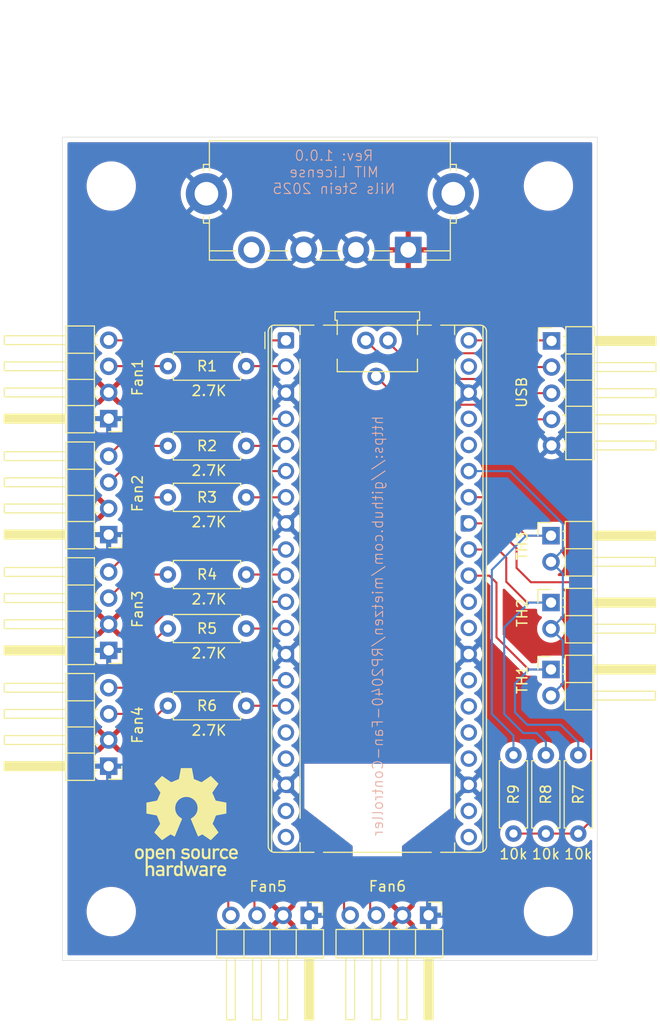
<source format=kicad_pcb>
(kicad_pcb (version 20241229) (generator "pcbnew") (generator_version "9.0")
  (layers (0 "F.Cu" signal) (2 "B.Cu" signal) (13 "F.Paste" user) (15 "B.Paste" user) (5 "F.SilkS" user "F.Silkscreen") (7 "B.SilkS" user "B.Silkscreen") (1 "F.Mask" user) (3 "B.Mask" user) (25 "Edge.Cuts" user))
  (net 0 "")
  (net 3 "GND")
  (net 17 "+12V")
  (net 18 "Net-(Fan1-Tacho)")
  (net 19 "Net-(Fan2-Tacho)")
  (net 20 "Net-(Fan3-Tacho)")
  (net 21 "Net-(Fan4-Tacho)")
  (net 22 "Net-(Fan5-Tacho)")
  (net 23 "Net-(Fan6-Tacho)")
  (net 24 "PWM_FAN2")
  (net 25 "RPM_FAN2")
  (net 26 "PWM_FAN5")
  (net 27 "PWM_FAN1")
  (net 28 "RPM_FAN3")
  (net 29 "ADC_1")
  (net 30 "RPM_FAN4")
  (net 31 "USB_DM")
  (net 32 "ADC_0")
  (net 33 "PWM_FAN6")
  (net 34 "USB_DP")
  (net 35 "ADC_GND")
  (net 36 "ADC_2")
  (net 37 "VBUS")
  (net 38 "RPM_FAN6")
  (net 39 "PWM_FAN4")
  (net 40 "PWM_FAN3")
  (net 41 "ADC_VREF")
  (net 42 "RPM_FAN1")
  (net 43 "USB_GND")
  (net 44 "RPM_FAN5")
  (footprint "MountingHole:MountingHole_4.3mm_M4" (layer "F.Cu") (at 154.75 54.75)
    (property "Reference" "REF**" (hide yes))
    (property "Value" "MountingHole_4.3mm_M4" (hide yes))
    (pad "" np_thru_hole circle (at 0 0) (size 4.3 4.3) (drill 4.3) (layers "*.Cu" "*.Mask"))
  )
  (footprint "Connector_PinHeader_2.54mm:PinHeader_1x02_P2.54mm_Horizontal" (layer "F.Cu") (at 197.5 101.725)
    (property "Reference" "TH1" (at -2.8 1 90) (layer "F.SilkS"))
    (property "Value" "10k" (hide yes))
    (pad "1" thru_hole rect (at 0 0) (size 1.7 1.7) (drill 1) (layers "*.Cu" "*.Mask") (net 32 "ADC_0"))
    (pad "2" thru_hole circle (at 0 2.54) (size 1.7 1.7) (drill 1) (layers "*.Cu" "*.Mask") (net 41 "ADC_VREF"))
  )
  (footprint "Connector_PinHeader_2.54mm:PinHeader_1x04_P2.54mm_Horizontal" (layer "F.Cu") (at 154.5 99.87 180)
    (property "Reference" "Fan3" (at -2.8 4 90) (layer "F.SilkS"))
    (property "Value" "Fan_4pin" (hide yes))
    (pad "1" thru_hole rect (at 0 0 180) (size 1.7 1.7) (drill 1) (layers "*.Cu" "*.Mask") (net 3 "GND"))
    (pad "2" thru_hole circle (at 0 2.54 180) (size 1.7 1.7) (drill 1) (layers "*.Cu" "*.Mask") (net 17 "+12V"))
    (pad "3" thru_hole circle (at 0 5.08 180) (size 1.7 1.7) (drill 1) (layers "*.Cu" "*.Mask") (net 20 "Net-(Fan3-Tacho)"))
    (pad "4" thru_hole circle (at 0 7.62 180) (size 1.7 1.7) (drill 1) (layers "*.Cu" "*.Mask") (net 40 "PWM_FAN3"))
  )
  (footprint "Connector:Joint-Tech_C5080WR-04P_1x04_P5.08mm_Vertical" (layer "F.Cu") (at 183.62 60.95 180)
    (property "Reference" "REF**" (hide yes))
    (property "Value" "Joint-Tech_C5080WR-04P_1x04_P5.08mm_Vertical" (hide yes))
    (pad "1" thru_hole rect (at 0 0) (size 2.6 2.55) (drill 1.52) (layers "*.Cu" "*.Mask") (net 17 "+12V"))
    (pad "2" thru_hole circle (at 5.08 0) (size 2.6 2.6) (drill 1.52) (layers "*.Cu" "*.Mask") (net 3 "GND"))
    (pad "3" thru_hole circle (at 10.16 0) (size 2.6 2.6) (drill 1.52) (layers "*.Cu" "*.Mask") (net 3 "GND"))
    (pad "4" thru_hole circle (at 15.24 0) (size 2.6 2.6) (drill 1.52) (layers "*.Cu" "*.Mask"))
    (pad "5" thru_hole circle (at -4.38 5.45) (size 4 4) (drill 2.3) (layers "*.Cu" "*.Mask") (net 3 "GND"))
    (pad "5" thru_hole circle (at 19.62 5.45) (size 4 4) (drill 2.3) (layers "*.Cu" "*.Mask") (net 3 "GND"))
  )
  (footprint "Resistor_THT:R_Axial_DIN0207_L6.3mm_D2.5mm_P7.62mm_Horizontal" (layer "F.Cu") (at 197 117.67 90)
    (property "Reference" "R8" (at 3.81 0 90) (layer "F.SilkS"))
    (property "Value" "10k" (at -2 0 0) (layer "F.SilkS"))
    (pad "1" thru_hole circle (at 0 0 90) (size 1.6 1.6) (drill 0.8) (layers "*.Cu" "*.Mask") (net 35 "ADC_GND"))
    (pad "2" thru_hole circle (at 7.62 0 90) (size 1.6 1.6) (drill 0.8) (layers "*.Cu" "*.Mask") (net 29 "ADC_1"))
  )
  (footprint "Connector_PinHeader_2.54mm:PinHeader_1x04_P2.54mm_Horizontal" (layer "F.Cu") (at 154.5 88.62 180)
    (property "Reference" "Fan2" (at -2.8 4 90) (layer "F.SilkS"))
    (property "Value" "Fan_4pin" (hide yes))
    (pad "1" thru_hole rect (at 0 0 180) (size 1.7 1.7) (drill 1) (layers "*.Cu" "*.Mask") (net 3 "GND"))
    (pad "2" thru_hole circle (at 0 2.54 180) (size 1.7 1.7) (drill 1) (layers "*.Cu" "*.Mask") (net 17 "+12V"))
    (pad "3" thru_hole circle (at 0 5.08 180) (size 1.7 1.7) (drill 1) (layers "*.Cu" "*.Mask") (net 19 "Net-(Fan2-Tacho)"))
    (pad "4" thru_hole circle (at 0 7.62 180) (size 1.7 1.7) (drill 1) (layers "*.Cu" "*.Mask") (net 24 "PWM_FAN2"))
  )
  (footprint "Resistor_THT:R_Axial_DIN0207_L6.3mm_D2.5mm_P7.62mm_Horizontal" (layer "F.Cu") (at 160.25 85)
    (property "Reference" "R3" (at 3.81 0 0) (layer "F.SilkS"))
    (property "Value" "2.7K" (at 4 2.4 0) (layer "F.SilkS"))
    (pad "1" thru_hole circle (at 0 0) (size 1.6 1.6) (drill 0.8) (layers "*.Cu" "*.Mask") (net 20 "Net-(Fan3-Tacho)"))
    (pad "2" thru_hole circle (at 7.62 0) (size 1.6 1.6) (drill 0.8) (layers "*.Cu" "*.Mask") (net 28 "RPM_FAN3"))
  )
  (footprint "" (layer "F.Cu") (at 181.652657 69.75)
    (property "Reference" "" (at 0 0 0) (layer "F.SilkS") (effects (font (size 1.27 1.27))))
    (property "Value" "")
    (pad "2" thru_hole circle (at 0 0) (size 1.7 1.7) (drill 1) (layers "*.Cu" "*.Mask") (net 31 "USB_DM"))
  )
  (footprint "Resistor_THT:R_Axial_DIN0207_L6.3mm_D2.5mm_P7.62mm_Horizontal" (layer "F.Cu") (at 160.25 92.5)
    (property "Reference" "R4" (at 3.81 0 0) (layer "F.SilkS"))
    (property "Value" "2.7K" (at 4 2.4 0) (layer "F.SilkS"))
    (pad "1" thru_hole circle (at 0 0) (size 1.6 1.6) (drill 0.8) (layers "*.Cu" "*.Mask") (net 21 "Net-(Fan4-Tacho)"))
    (pad "2" thru_hole circle (at 7.62 0) (size 1.6 1.6) (drill 0.8) (layers "*.Cu" "*.Mask") (net 30 "RPM_FAN4"))
  )
  (footprint "Resistor_THT:R_Axial_DIN0207_L6.3mm_D2.5mm_P7.62mm_Horizontal" (layer "F.Cu") (at 193.85 117.67 90)
    (property "Reference" "R9" (at 3.81 0 90) (layer "F.SilkS"))
    (property "Value" "10k" (at -2 0 0) (layer "F.SilkS"))
    (pad "1" thru_hole circle (at 0 0 90) (size 1.6 1.6) (drill 0.8) (layers "*.Cu" "*.Mask") (net 35 "ADC_GND"))
    (pad "2" thru_hole circle (at 7.62 0 90) (size 1.6 1.6) (drill 0.8) (layers "*.Cu" "*.Mask") (net 36 "ADC_2"))
  )
  (footprint "MountingHole:MountingHole_4.3mm_M4" (layer "F.Cu") (at 197.25 125.25)
    (property "Reference" "REF**" (hide yes))
    (property "Value" "MountingHole_4.3mm_M4" (hide yes))
    (pad "" np_thru_hole circle (at 0 0) (size 4.3 4.3) (drill 4.3) (layers "*.Cu" "*.Mask"))
  )
  (footprint "Connector_PinHeader_2.54mm:PinHeader_1x02_P2.54mm_Horizontal" (layer "F.Cu") (at 197.5 95.225)
    (property "Reference" "TH2" (at -2.8 1 90) (layer "F.SilkS"))
    (property "Value" "10k" (hide yes))
    (pad "1" thru_hole rect (at 0 0) (size 1.7 1.7) (drill 1) (layers "*.Cu" "*.Mask") (net 29 "ADC_1"))
    (pad "2" thru_hole circle (at 0 2.54) (size 1.7 1.7) (drill 1) (layers "*.Cu" "*.Mask") (net 41 "ADC_VREF"))
  )
  (footprint "Resistor_THT:R_Axial_DIN0207_L6.3mm_D2.5mm_P7.62mm_Horizontal" (layer "F.Cu") (at 200.15 117.67 90)
    (property "Reference" "R7" (at 3.81 0 90) (layer "F.SilkS"))
    (property "Value" "10k" (at -2 0 0) (layer "F.SilkS"))
    (pad "1" thru_hole circle (at 0 0 90) (size 1.6 1.6) (drill 0.8) (layers "*.Cu" "*.Mask") (net 35 "ADC_GND"))
    (pad "2" thru_hole circle (at 7.62 0 90) (size 1.6 1.6) (drill 0.8) (layers "*.Cu" "*.Mask") (net 32 "ADC_0"))
  )
  (footprint "" (layer "F.Cu") (at 179.5 69.75)
    (property "Reference" "" (at 0 0 0) (layer "F.SilkS") (effects (font (size 1.27 1.27))))
    (property "Value" "")
    (pad "3" thru_hole circle (at 0 0) (size 1.7 1.7) (drill 1) (layers "*.Cu" "*.Mask") (net 34 "USB_DP"))
  )
  (footprint "Resistor_THT:R_Axial_DIN0207_L6.3mm_D2.5mm_P7.62mm_Horizontal" (layer "F.Cu") (at 160.25 105.25)
    (property "Reference" "R6" (at 3.81 0 0) (layer "F.SilkS"))
    (property "Value" "2.7K" (at 4 2.4 0) (layer "F.SilkS"))
    (pad "1" thru_hole circle (at 0 0) (size 1.6 1.6) (drill 0.8) (layers "*.Cu" "*.Mask") (net 23 "Net-(Fan6-Tacho)"))
    (pad "2" thru_hole circle (at 7.62 0) (size 1.6 1.6) (drill 0.8) (layers "*.Cu" "*.Mask") (net 38 "RPM_FAN6"))
  )
  (footprint "Connector_PinHeader_2.54mm:PinHeader_1x05_P2.54mm_Horizontal" (layer "F.Cu") (at 197.55 69.8)
    (property "Reference" "J1" (hide yes))
    (property "Value" "USB" (at -2.9 5 90) (layer "F.SilkS"))
    (pad "1" thru_hole rect (at 0 0) (size 1.7 1.7) (drill 1) (layers "*.Cu" "*.Mask") (net 37 "VBUS"))
    (pad "2" thru_hole circle (at 0 2.54) (size 1.7 1.7) (drill 1) (layers "*.Cu" "*.Mask") (net 31 "USB_DM"))
    (pad "3" thru_hole circle (at 0 5.08) (size 1.7 1.7) (drill 1) (layers "*.Cu" "*.Mask") (net 34 "USB_DP"))
    (pad "4" thru_hole circle (at 0 7.62) (size 1.7 1.7) (drill 1) (layers "*.Cu" "*.Mask") (net 43 "USB_GND"))
    (pad "5" thru_hole circle (at 0 10.16) (size 1.7 1.7) (drill 1) (layers "*.Cu" "*.Mask") (net 3 "GND"))
  )
  (footprint "" (layer "F.Cu") (at 180.5 73.25)
    (property "Reference" "" (at 0 0 0) (layer "F.SilkS") (effects (font (size 1.27 1.27))))
    (property "Value" "")
    (pad "4" thru_hole circle (at 0 0) (size 1.7 1.7) (drill 1) (layers "*.Cu" "*.Mask") (net 43 "USB_GND"))
  )
  (footprint "MountingHole:MountingHole_4.3mm_M4" (layer "F.Cu") (at 197.25 54.75)
    (property "Reference" "REF**" (hide yes))
    (property "Value" "MountingHole_4.3mm_M4" (hide yes))
    (pad "" np_thru_hole circle (at 0 0) (size 4.3 4.3) (drill 4.3) (layers "*.Cu" "*.Mask"))
  )
  (footprint "Connector_PinHeader_2.54mm:PinHeader_1x04_P2.54mm_Horizontal" (layer "F.Cu") (at 154.5 77.35 180)
    (property "Reference" "Fan1" (at -2.8 4 90) (layer "F.SilkS"))
    (property "Value" "Fan_4pin" (hide yes))
    (pad "1" thru_hole rect (at 0 0 180) (size 1.7 1.7) (drill 1) (layers "*.Cu" "*.Mask") (net 3 "GND"))
    (pad "2" thru_hole circle (at 0 2.54 180) (size 1.7 1.7) (drill 1) (layers "*.Cu" "*.Mask") (net 17 "+12V"))
    (pad "3" thru_hole circle (at 0 5.08 180) (size 1.7 1.7) (drill 1) (layers "*.Cu" "*.Mask") (net 18 "Net-(Fan1-Tacho)"))
    (pad "4" thru_hole circle (at 0 7.62 180) (size 1.7 1.7) (drill 1) (layers "*.Cu" "*.Mask") (net 27 "PWM_FAN1"))
  )
  (footprint "Resistor_THT:R_Axial_DIN0207_L6.3mm_D2.5mm_P7.62mm_Horizontal" (layer "F.Cu") (at 160.25 72.25)
    (property "Reference" "R1" (at 3.81 0 0) (layer "F.SilkS"))
    (property "Value" "2.7K" (at 4 2.4 0) (layer "F.SilkS"))
    (pad "1" thru_hole circle (at 0 0) (size 1.6 1.6) (drill 0.8) (layers "*.Cu" "*.Mask") (net 18 "Net-(Fan1-Tacho)"))
    (pad "2" thru_hole circle (at 7.62 0) (size 1.6 1.6) (drill 0.8) (layers "*.Cu" "*.Mask") (net 42 "RPM_FAN1"))
  )
  (footprint "Resistor_THT:R_Axial_DIN0207_L6.3mm_D2.5mm_P7.62mm_Horizontal" (layer "F.Cu") (at 160.25 97.75)
    (property "Reference" "R5" (at 3.81 0 0) (layer "F.SilkS"))
    (property "Value" "2.7K" (at 4 2.4 0) (layer "F.SilkS"))
    (pad "1" thru_hole circle (at 0 0) (size 1.6 1.6) (drill 0.8) (layers "*.Cu" "*.Mask") (net 22 "Net-(Fan5-Tacho)"))
    (pad "2" thru_hole circle (at 7.62 0) (size 1.6 1.6) (drill 0.8) (layers "*.Cu" "*.Mask") (net 44 "RPM_FAN5"))
  )
  (footprint "Connector_PinHeader_2.54mm:PinHeader_1x04_P2.54mm_Horizontal" (layer "F.Cu") (at 185.6 125.6 -90)
    (property "Reference" "Fan6" (at -2.8 4 0) (layer "F.SilkS"))
    (property "Value" "Fan_4pin" (hide yes))
    (pad "1" thru_hole rect (at 0 0 270) (size 1.7 1.7) (drill 1) (layers "*.Cu" "*.Mask") (net 3 "GND"))
    (pad "2" thru_hole circle (at 0 2.54 270) (size 1.7 1.7) (drill 1) (layers "*.Cu" "*.Mask") (net 17 "+12V"))
    (pad "3" thru_hole circle (at 0 5.08 270) (size 1.7 1.7) (drill 1) (layers "*.Cu" "*.Mask") (net 23 "Net-(Fan6-Tacho)"))
    (pad "4" thru_hole circle (at 0 7.62 270) (size 1.7 1.7) (drill 1) (layers "*.Cu" "*.Mask") (net 33 "PWM_FAN6"))
  )
  (footprint "Connector_PinHeader_2.54mm:PinHeader_1x02_P2.54mm_Horizontal" (layer "F.Cu") (at 197.5 88.725)
    (property "Reference" "TH3" (at -2.8 1 90) (layer "F.SilkS"))
    (property "Value" "10k" (hide yes))
    (pad "1" thru_hole rect (at 0 0) (size 1.7 1.7) (drill 1) (layers "*.Cu" "*.Mask") (net 36 "ADC_2"))
    (pad "2" thru_hole circle (at 0 2.54) (size 1.7 1.7) (drill 1) (layers "*.Cu" "*.Mask") (net 41 "ADC_VREF"))
  )
  (footprint "Module:RaspberryPi_Pico_Common_THT" (layer "F.Cu") (at 171.727463 69.75)
    (property "Reference" "A1" (hide yes))
    (property "Value" "RaspberryPi_Pico" (hide yes))
    (pad "1" thru_hole roundrect (at 0 0) (size 1.6 1.6) (drill 1) (layers "*.Cu" "*.Mask") (roundrect_rratio 0.125) (net 27 "PWM_FAN1"))
    (pad "2" thru_hole circle (at 0 2.54) (size 1.6 1.6) (drill 1) (layers "*.Cu" "*.Mask") (net 42 "RPM_FAN1"))
    (pad "3" thru_hole custom (at 0 5.08) (size 1.6 1.6) (drill 1) (layers "*.Cu" "*.Mask") (net 3 "GND") (options (clearance outline) (anchor circle)) (primitives (gr_poly (pts (xy 0.8 0.6) (xy 0.8 -0.6) (xy 0.6 -0.8) (xy 0 -0.8) (xy 0 0.8) (xy 0.6 0.8)) (width 0) (fill yes)) (gr_circle (center 0.6 0.6) (end 0.8 0.6) (width 0) (fill yes)) (gr_circle (center 0.6 -0.6) (end 0.8 -0.6) (width 0) (fill yes))))
    (pad "4" thru_hole circle (at 0 7.62) (size 1.6 1.6) (drill 1) (layers "*.Cu" "*.Mask") (net 24 "PWM_FAN2"))
    (pad "5" thru_hole circle (at 0 10.16) (size 1.6 1.6) (drill 1) (layers "*.Cu" "*.Mask") (net 25 "RPM_FAN2"))
    (pad "6" thru_hole circle (at 0 12.7) (size 1.6 1.6) (drill 1) (layers "*.Cu" "*.Mask") (net 40 "PWM_FAN3"))
    (pad "7" thru_hole circle (at 0 15.24) (size 1.6 1.6) (drill 1) (layers "*.Cu" "*.Mask") (net 28 "RPM_FAN3"))
    (pad "8" thru_hole custom (at 0 17.78) (size 1.6 1.6) (drill 1) (layers "*.Cu" "*.Mask") (net 3 "GND") (options (clearance outline) (anchor circle)) (primitives (gr_poly (pts (xy 0.8 0.6) (xy 0.8 -0.6) (xy 0.6 -0.8) (xy 0 -0.8) (xy 0 0.8) (xy 0.6 0.8)) (width 0) (fill yes)) (gr_circle (center 0.6 0.6) (end 0.8 0.6) (width 0) (fill yes)) (gr_circle (center 0.6 -0.6) (end 0.8 -0.6) (width 0) (fill yes))))
    (pad "9" thru_hole circle (at 0 20.32) (size 1.6 1.6) (drill 1) (layers "*.Cu" "*.Mask") (net 39 "PWM_FAN4"))
    (pad "10" thru_hole circle (at 0 22.86) (size 1.6 1.6) (drill 1) (layers "*.Cu" "*.Mask") (net 30 "RPM_FAN4"))
    (pad "11" thru_hole circle (at 0 25.4) (size 1.6 1.6) (drill 1) (layers "*.Cu" "*.Mask") (net 26 "PWM_FAN5"))
    (pad "12" thru_hole circle (at 0 27.94) (size 1.6 1.6) (drill 1) (layers "*.Cu" "*.Mask") (net 44 "RPM_FAN5"))
    (pad "13" thru_hole custom (at 0 30.48) (size 1.6 1.6) (drill 1) (layers "*.Cu" "*.Mask") (net 3 "GND") (options (clearance outline) (anchor circle)) (primitives (gr_poly (pts (xy 0.8 0.6) (xy 0.8 -0.6) (xy 0.6 -0.8) (xy 0 -0.8) (xy 0 0.8) (xy 0.6 0.8)) (width 0) (fill yes)) (gr_circle (center 0.6 0.6) (end 0.8 0.6) (width 0) (fill yes)) (gr_circle (center 0.6 -0.6) (end 0.8 -0.6) (width 0) (fill yes))))
    (pad "14" thru_hole circle (at 0 33.02) (size 1.6 1.6) (drill 1) (layers "*.Cu" "*.Mask") (net 33 "PWM_FAN6"))
    (pad "15" thru_hole circle (at 0 35.56) (size 1.6 1.6) (drill 1) (layers "*.Cu" "*.Mask") (net 38 "RPM_FAN6"))
    (pad "16" thru_hole circle (at 0 38.1) (size 1.6 1.6) (drill 1) (layers "*.Cu" "*.Mask"))
    (pad "17" thru_hole circle (at 0 40.64) (size 1.6 1.6) (drill 1) (layers "*.Cu" "*.Mask"))
    (pad "18" thru_hole custom (at 0 43.18) (size 1.6 1.6) (drill 1) (layers "*.Cu" "*.Mask") (net 3 "GND") (options (clearance outline) (anchor circle)) (primitives (gr_poly (pts (xy 0.8 0.6) (xy 0.8 -0.6) (xy 0.6 -0.8) (xy 0 -0.8) (xy 0 0.8) (xy 0.6 0.8)) (width 0) (fill yes)) (gr_circle (center 0.6 0.6) (end 0.8 0.6) (width 0) (fill yes)) (gr_circle (center 0.6 -0.6) (end 0.8 -0.6) (width 0) (fill yes))))
    (pad "19" thru_hole circle (at 0 45.72) (size 1.6 1.6) (drill 1) (layers "*.Cu" "*.Mask"))
    (pad "20" thru_hole circle (at 0 48.26) (size 1.6 1.6) (drill 1) (layers "*.Cu" "*.Mask"))
    (pad "21" thru_hole circle (at 17.78 48.26) (size 1.6 1.6) (drill 1) (layers "*.Cu" "*.Mask"))
    (pad "22" thru_hole circle (at 17.78 45.72) (size 1.6 1.6) (drill 1) (layers "*.Cu" "*.Mask"))
    (pad "23" thru_hole custom (at 17.78 43.18) (size 1.6 1.6) (drill 1) (layers "*.Cu" "*.Mask") (net 3 "GND") (options (clearance outline) (anchor circle)) (primitives (gr_poly (pts (xy -0.8 0.6) (xy -0.8 -0.6) (xy -0.6 -0.8) (xy 0 -0.8) (xy 0 0.8) (xy -0.6 0.8)) (width 0) (fill yes)) (gr_circle (center -0.6 0.6) (end -0.4 0.6) (width 0) (fill yes)) (gr_circle (center -0.6 -0.6) (end -0.4 -0.6) (width 0) (fill yes))))
    (pad "24" thru_hole circle (at 17.78 40.64) (size 1.6 1.6) (drill 1) (layers "*.Cu" "*.Mask"))
    (pad "25" thru_hole circle (at 17.78 38.1) (size 1.6 1.6) (drill 1) (layers "*.Cu" "*.Mask"))
    (pad "26" thru_hole circle (at 17.78 35.56) (size 1.6 1.6) (drill 1) (layers "*.Cu" "*.Mask"))
    (pad "27" thru_hole circle (at 17.78 33.02) (size 1.6 1.6) (drill 1) (layers "*.Cu" "*.Mask"))
    (pad "28" thru_hole custom (at 17.78 30.48) (size 1.6 1.6) (drill 1) (layers "*.Cu" "*.Mask") (net 3 "GND") (options (clearance outline) (anchor circle)) (primitives (gr_poly (pts (xy -0.8 0.6) (xy -0.8 -0.6) (xy -0.6 -0.8) (xy 0 -0.8) (xy 0 0.8) (xy -0.6 0.8)) (width 0) (fill yes)) (gr_circle (center -0.6 0.6) (end -0.4 0.6) (width 0) (fill yes)) (gr_circle (center -0.6 -0.6) (end -0.4 -0.6) (width 0) (fill yes))))
    (pad "29" thru_hole circle (at 17.78 27.94) (size 1.6 1.6) (drill 1) (layers "*.Cu" "*.Mask"))
    (pad "30" thru_hole circle (at 17.78 25.4) (size 1.6 1.6) (drill 1) (layers "*.Cu" "*.Mask"))
    (pad "31" thru_hole circle (at 17.78 22.86) (size 1.6 1.6) (drill 1) (layers "*.Cu" "*.Mask") (net 32 "ADC_0"))
    (pad "32" thru_hole circle (at 17.78 20.32) (size 1.6 1.6) (drill 1) (layers "*.Cu" "*.Mask") (net 29 "ADC_1"))
    (pad "33" thru_hole custom (at 17.78 17.78) (size 1.6 1.6) (drill 1) (layers "*.Cu" "*.Mask") (net 35 "ADC_GND") (options (clearance outline) (anchor circle)) (primitives (gr_poly (pts (xy -0.8 0.6) (xy -0.8 -0.6) (xy -0.6 -0.8) (xy 0 -0.8) (xy 0 0.8) (xy -0.6 0.8)) (width 0) (fill yes)) (gr_circle (center -0.6 0.6) (end -0.4 0.6) (width 0) (fill yes)) (gr_circle (center -0.6 -0.6) (end -0.4 -0.6) (width 0) (fill yes))))
    (pad "34" thru_hole circle (at 17.78 15.24) (size 1.6 1.6) (drill 1) (layers "*.Cu" "*.Mask") (net 36 "ADC_2"))
    (pad "35" thru_hole circle (at 17.78 12.7) (size 1.6 1.6) (drill 1) (layers "*.Cu" "*.Mask") (net 41 "ADC_VREF"))
    (pad "36" thru_hole circle (at 17.78 10.16) (size 1.6 1.6) (drill 1) (layers "*.Cu" "*.Mask"))
    (pad "37" thru_hole circle (at 17.78 7.62) (size 1.6 1.6) (drill 1) (layers "*.Cu" "*.Mask"))
    (pad "38" thru_hole custom (at 17.78 5.08) (size 1.6 1.6) (drill 1) (layers "*.Cu" "*.Mask") (net 3 "GND") (options (clearance outline) (anchor circle)) (primitives (gr_poly (pts (xy -0.8 0.6) (xy -0.8 -0.6) (xy -0.6 -0.8) (xy 0 -0.8) (xy 0 0.8) (xy -0.6 0.8)) (width 0) (fill yes)) (gr_circle (center -0.6 0.6) (end -0.4 0.6) (width 0) (fill yes)) (gr_circle (center -0.6 -0.6) (end -0.4 -0.6) (width 0) (fill yes))))
    (pad "39" thru_hole circle (at 17.78 2.54) (size 1.6 1.6) (drill 1) (layers "*.Cu" "*.Mask"))
    (pad "40" thru_hole circle (at 17.78 0) (size 1.6 1.6) (drill 1) (layers "*.Cu" "*.Mask") (net 37 "VBUS"))
    (zone (net 0) (net_name "") (layers "F.Cu" "B.Cu" "F.Paste" "B.Paste") (name "Antenna Copper Keep Out") (connect_pads (clearance 0)) (min_thickness 0.254)
      (keepout (tracks not_allowed) (vias not_allowed) (pads not_allowed) (copperpour not_allowed) (footprints allowed))
      (fill (thermal_gap 0.508) (thermal_bridge_width 0.508))
      (polygon (pts (xy 178.217463 118.869895) (xy 173.517463 115.219895) (xy 173.517463 110.88) (xy 187.717463 110.88) (xy 187.717463 115.219895) (xy 183.017463 118.869895) (xy 183.017463 119.88) (xy 178.217463 119.88)))
    )
  )
  (footprint "Connector_PinHeader_2.54mm:PinHeader_1x04_P2.54mm_Horizontal" (layer "F.Cu") (at 174 125.615 -90)
    (property "Reference" "Fan5" (at -2.8 4 0) (layer "F.SilkS"))
    (property "Value" "Fan_4pin" (hide yes))
    (pad "1" thru_hole rect (at 0 0 270) (size 1.7 1.7) (drill 1) (layers "*.Cu" "*.Mask") (net 3 "GND"))
    (pad "2" thru_hole circle (at 0 2.54 270) (size 1.7 1.7) (drill 1) (layers "*.Cu" "*.Mask") (net 17 "+12V"))
    (pad "3" thru_hole circle (at 0 5.08 270) (size 1.7 1.7) (drill 1) (layers "*.Cu" "*.Mask") (net 22 "Net-(Fan5-Tacho)"))
    (pad "4" thru_hole circle (at 0 7.62 270) (size 1.7 1.7) (drill 1) (layers "*.Cu" "*.Mask") (net 26 "PWM_FAN5"))
  )
  (footprint "Connector_PinHeader_2.54mm:PinHeader_1x04_P2.54mm_Horizontal" (layer "F.Cu") (at 154.5 111.12 180)
    (property "Reference" "Fan4" (at -2.8 4 90) (layer "F.SilkS"))
    (property "Value" "Fan_4pin" (hide yes))
    (pad "1" thru_hole rect (at 0 0 180) (size 1.7 1.7) (drill 1) (layers "*.Cu" "*.Mask") (net 3 "GND"))
    (pad "2" thru_hole circle (at 0 2.54 180) (size 1.7 1.7) (drill 1) (layers "*.Cu" "*.Mask") (net 17 "+12V"))
    (pad "3" thru_hole circle (at 0 5.08 180) (size 1.7 1.7) (drill 1) (layers "*.Cu" "*.Mask") (net 21 "Net-(Fan4-Tacho)"))
    (pad "4" thru_hole circle (at 0 7.62 180) (size 1.7 1.7) (drill 1) (layers "*.Cu" "*.Mask") (net 39 "PWM_FAN4"))
  )
  (footprint "Resistor_THT:R_Axial_DIN0207_L6.3mm_D2.5mm_P7.62mm_Horizontal" (layer "F.Cu") (at 160.25 80)
    (property "Reference" "R2" (at 3.81 0 0) (layer "F.SilkS"))
    (property "Value" "2.7K" (at 4 2.4 0) (layer "F.SilkS"))
    (pad "1" thru_hole circle (at 0 0) (size 1.6 1.6) (drill 0.8) (layers "*.Cu" "*.Mask") (net 19 "Net-(Fan2-Tacho)"))
    (pad "2" thru_hole circle (at 7.62 0) (size 1.6 1.6) (drill 0.8) (layers "*.Cu" "*.Mask") (net 25 "RPM_FAN2"))
  )
  (footprint "Library:LOGO" (layer "F.Cu") (at 162 115.1)
    (property "Reference" "G***" (hide yes))
    (property "Value" "LOGO" (hide yes))
  )
  (footprint "MountingHole:MountingHole_4.3mm_M4" (layer "F.Cu") (at 154.75 125.25)
    (property "Reference" "REF**" (hide yes))
    (property "Value" "MountingHole_4.3mm_M4" (hide yes))
    (pad "" np_thru_hole circle (at 0 0) (size 4.3 4.3) (drill 4.3) (layers "*.Cu" "*.Mask"))
  )
  (gr_rect (start 150 50) (end 202 130) (stroke (width 0.05)) (fill no) (layer "Edge.Cuts"))
  (gr_text "Rev: 1.0.0\nMIT License\nNils Stein 2025" (at 176.4 55.6 0) (layer "B.SilkS") (effects (font (size 1 1) (thickness 0.1)) (justify bottom mirror)))
  (gr_text "https://github.com/mietzen/RP2040-Fan-Controller" (at 181.25 77 90) (layer "B.SilkS") (effects (font (size 1 1) (thickness 0.1)) (justify left bottom mirror)))
  (segment (start 154.52 72.25) (end 154.5 72.27) (width 0.2) (layer "F.Cu") (net 18))
  (segment (start 160.19 72.25) (end 154.52 72.25) (width 0.2) (layer "F.Cu") (net 18))
  (segment (start 158.115136 80) (end 154.325136 83.79) (width 0.2) (layer "F.Cu") (net 19))
  (segment (start 158.115136 80) (end 160.33 80) (width 0.2) (layer "F.Cu") (net 19))
  (segment (start 154.325136 83.79) (end 154 83.79) (width 0.2) (layer "F.Cu") (net 19))
  (segment (start 154.25 95.04) (end 156.75 92.54) (width 0.2) (layer "F.Cu") (net 20))
  (segment (start 154 95.04) (end 154.25 95.04) (width 0.2) (layer "F.Cu") (net 20))
  (segment (start 156.75 92.54) (end 156.75 86.125) (width 0.2) (layer "F.Cu") (net 20))
  (segment (start 157.875 85) (end 160.37 85) (width 0.2) (layer "F.Cu") (net 20))
  (segment (start 156.75 86.125) (end 157.875 85) (width 0.2) (layer "F.Cu") (net 20))
  (segment (start 156.71 106.04) (end 154.25 106.04) (width 0.2) (layer "F.Cu") (net 21))
  (segment (start 154.25 106.04) (end 154 106.29) (width 0.2) (layer "F.Cu") (net 21))
  (segment (start 158.625 92.5) (end 157.25 93.875) (width 0.2) (layer "F.Cu") (net 21))
  (segment (start 160.5 92.5) (end 158.625 92.5) (width 0.2) (layer "F.Cu") (net 21))
  (segment (start 157.25 93.875) (end 157.25 105.5) (width 0.2) (layer "F.Cu") (net 21))
  (segment (start 157.25 105.5) (end 156.71 106.04) (width 0.2) (layer "F.Cu") (net 21))
  (segment (start 158.25 99.62) (end 160.12 97.75) (width 0.2) (layer "F.Cu") (net 22))
  (segment (start 168.67 125.615) (end 168.67 123.92) (width 0.2) (layer "F.Cu") (net 22))
  (segment (start 168.67 123.92) (end 167.25 122.5) (width 0.2) (layer "F.Cu") (net 22))
  (segment (start 161 122.5) (end 158.25 119.75) (width 0.2) (layer "F.Cu") (net 22))
  (segment (start 158.25 119.75) (end 158.25 99.62) (width 0.2) (layer "F.Cu") (net 22))
  (segment (start 167.25 122.5) (end 161 122.5) (width 0.2) (layer "F.Cu") (net 22))
  (segment (start 161.75 121) (end 159.25 118.5) (width 0.2) (layer "F.Cu") (net 23))
  (segment (start 177 121) (end 161.75 121) (width 0.2) (layer "F.Cu") (net 23))
  (segment (start 159.25 106.12) (end 160.01 105.36) (width 0.2) (layer "F.Cu") (net 23))
  (segment (start 179.92 123.92) (end 177 121) (width 0.2) (layer "F.Cu") (net 23))
  (segment (start 179.92 125.615) (end 179.92 123.92) (width 0.2) (layer "F.Cu") (net 23))
  (segment (start 159.25 118.5) (end 159.25 106.12) (width 0.2) (layer "F.Cu") (net 23))
  (segment (start 154 81.25) (end 154.18417 81.25) (width 0.2) (layer "F.Cu") (net 24))
  (segment (start 158.06417 77.37) (end 171.727463 77.37) (width 0.2) (layer "F.Cu") (net 24))
  (segment (start 154.18417 81.25) (end 158.06417 77.37) (width 0.2) (layer "F.Cu") (net 24))
  (segment (start 171.637463 80) (end 171.727463 79.91) (width 0.2) (layer "F.Cu") (net 25))
  (segment (start 171.727463 80.122085) (end 171.605378 80) (width 0.2) (layer "F.Cu") (net 25))
  (segment (start 167.95 80) (end 171.637463 80) (width 0.2) (layer "F.Cu") (net 25))
  (segment (start 166.13 123.88) (end 165.5 123.25) (width 0.2) (layer "F.Cu") (net 26))
  (segment (start 157.75 98.5) (end 161.1 95.15) (width 0.2) (layer "F.Cu") (net 26))
  (segment (start 161.1 95.15) (end 171.515378 95.15) (width 0.2) (layer "F.Cu") (net 26))
  (segment (start 165.5 123.25) (end 160.5 123.25) (width 0.2) (layer "F.Cu") (net 26))
  (segment (start 166.13 125.615) (end 166.13 123.88) (width 0.2) (layer "F.Cu") (net 26))
  (segment (start 171.515378 95.15) (end 171.727463 95.362085) (width 0.2) (layer "F.Cu") (net 26))
  (segment (start 157.75 120.5) (end 157.75 98.5) (width 0.2) (layer "F.Cu") (net 26))
  (segment (start 160.5 123.25) (end 157.75 120.5) (width 0.2) (layer "F.Cu") (net 26))
  (segment (start 154.18 69.75) (end 171.515378 69.75) (width 0.2) (layer "F.Cu") (net 27))
  (segment (start 171.515378 69.75) (end 171.727463 69.962085) (width 0.2) (layer "F.Cu") (net 27))
  (segment (start 154 69.93) (end 154.18 69.75) (width 0.2) (layer "F.Cu") (net 27))
  (segment (start 171.727463 85.202085) (end 171.515378 84.99) (width 0.2) (layer "F.Cu") (net 28))
  (segment (start 171.717463 85) (end 171.727463 84.99) (width 0.2) (layer "F.Cu") (net 28))
  (segment (start 167.99 85) (end 171.717463 85) (width 0.2) (layer "F.Cu") (net 28))
  (segment (start 193.15 90.85) (end 193.15 93.2) (width 0.2) (layer "F.Cu") (net 29))
  (segment (start 195.175 95.225) (end 197.5 95.225) (width 0.2) (layer "F.Cu") (net 29))
  (segment (start 189.507463 90.07) (end 192.37 90.07) (width 0.2) (layer "F.Cu") (net 29))
  (segment (start 193.15 93.2) (end 195.175 95.225) (width 0.2) (layer "F.Cu") (net 29))
  (segment (start 189.719548 90.07) (end 189.507463 90.282085) (width 0.2) (layer "F.Cu") (net 29))
  (segment (start 192.37 90.07) (end 193.15 90.85) (width 0.2) (layer "F.Cu") (net 29))
  (segment (start 192.95 97.64) (end 195.365 95.225) (width 0.2) (layer "B.Cu") (net 29))
  (segment (start 195.365 95.225) (end 197.5 95.225) (width 0.2) (layer "B.Cu") (net 29))
  (segment (start 192.95 106.05) (end 194.8 107.9) (width 0.2) (layer "B.Cu") (net 29))
  (segment (start 194.8 107.9) (end 196.1 107.9) (width 0.2) (layer "B.Cu") (net 29))
  (segment (start 192.95 97.64) (end 192.95 106.05) (width 0.2) (layer "B.Cu") (net 29))
  (segment (start 196.1 107.9) (end 197 108.8) (width 0.2) (layer "B.Cu") (net 29))
  (segment (start 197 108.8) (end 197 110.05) (width 0.2) (layer "B.Cu") (net 29))
  (segment (start 171.617463 92.5) (end 171.727463 92.61) (width 0.2) (layer "F.Cu") (net 30))
  (segment (start 171.515378 92.61) (end 171.727463 92.822085) (width 0.2) (layer "F.Cu") (net 30))
  (segment (start 167.95 92.5) (end 171.617463 92.5) (width 0.2) (layer "F.Cu") (net 30))
  (segment (start 195.74 72.34) (end 197.55 72.34) (width 0.2) (layer "F.Cu") (net 31))
  (segment (start 181.5 69.75) (end 182.75 71) (width 0.2) (layer "F.Cu") (net 31))
  (segment (start 182.75 71) (end 194.4 71) (width 0.2) (layer "F.Cu") (net 31))
  (segment (start 194.4 71) (end 195.74 72.34) (width 0.2) (layer "F.Cu") (net 31))
  (segment (start 191.51 92.61) (end 192.2 93.3) (width 0.2) (layer "F.Cu") (net 32))
  (segment (start 192.2 93.3) (end 192.2 98.6) (width 0.2) (layer "F.Cu") (net 32))
  (segment (start 189.719548 92.61) (end 189.507463 92.822085) (width 0.2) (layer "F.Cu") (net 32))
  (segment (start 192.2 98.6) (end 195.325 101.725) (width 0.2) (layer "F.Cu") (net 32))
  (segment (start 189.507463 92.61) (end 191.51 92.61) (width 0.2) (layer "F.Cu") (net 32))
  (segment (start 195.325 101.725) (end 197.5 101.725) (width 0.2) (layer "F.Cu") (net 32))
  (segment (start 194 105.9) (end 195.2 107.1) (width 0.2) (layer "B.Cu") (net 32))
  (segment (start 198.45 107.1) (end 200.15 108.8) (width 0.2) (layer "B.Cu") (net 32))
  (segment (start 200.15 108.8) (end 200.15 110.05) (width 0.2) (layer "B.Cu") (net 32))
  (segment (start 194 103.09) (end 195.365 101.725) (width 0.2) (layer "B.Cu") (net 32))
  (segment (start 195.2 107.1) (end 198.45 107.1) (width 0.2) (layer "B.Cu") (net 32))
  (segment (start 194 103.09) (end 194 105.9) (width 0.2) (layer "B.Cu") (net 32))
  (segment (start 195.365 101.725) (end 197.5 101.725) (width 0.2) (layer "B.Cu") (net 32))
  (segment (start 161.5 121.75) (end 158.75 119) (width 0.2) (layer "F.Cu") (net 33))
  (segment (start 158.75 119) (end 158.75 104) (width 0.2) (layer "F.Cu") (net 33))
  (segment (start 175.25 121.75) (end 161.5 121.75) (width 0.2) (layer "F.Cu") (net 33))
  (segment (start 158.75 104) (end 159.98 102.77) (width 0.2) (layer "F.Cu") (net 33))
  (segment (start 177.38 123.88) (end 175.25 121.75) (width 0.2) (layer "F.Cu") (net 33))
  (segment (start 177.38 125.615) (end 177.38 123.88) (width 0.2) (layer "F.Cu") (net 33))
  (segment (start 159.98 102.77) (end 171.727463 102.77) (width 0.2) (layer "F.Cu") (net 33))
  (segment (start 195.73 74.88) (end 197.55 74.88) (width 0.2) (layer "F.Cu") (net 34))
  (segment (start 181.5 71.75) (end 185.5 71.75) (width 0.2) (layer "F.Cu") (net 34))
  (segment (start 179.5 69.75) (end 181.5 71.75) (width 0.2) (layer "F.Cu") (net 34))
  (segment (start 185.5 71.75) (end 187.25 73.5) (width 0.2) (layer "F.Cu") (net 34))
  (segment (start 187.25 73.5) (end 194.35 73.5) (width 0.2) (layer "F.Cu") (net 34))
  (segment (start 194.35 73.5) (end 195.73 74.88) (width 0.2) (layer "F.Cu") (net 34))
  (segment (start 189.507463 87.742085) (end 189.719548 87.53) (width 0.2) (layer "F.Cu") (net 35))
  (segment (start 194.15 91.85) (end 195.55 93.25) (width 0.2) (layer "F.Cu") (net 35))
  (segment (start 189.507463 87.53) (end 191.73 87.53) (width 0.2) (layer "F.Cu") (net 35))
  (segment (start 201.399 116.421) (end 200.15 117.67) (width 0.2) (layer "F.Cu") (net 35))
  (segment (start 201.399 95.149) (end 201.399 116.421) (width 0.2) (layer "F.Cu") (net 35))
  (segment (start 200.15 117.67) (end 193.85 117.67) (width 0.2) (layer "F.Cu") (net 35))
  (segment (start 195.55 93.25) (end 199.5 93.25) (width 0.2) (layer "F.Cu") (net 35))
  (segment (start 191.73 87.53) (end 194.15 89.95) (width 0.2) (layer "F.Cu") (net 35))
  (segment (start 199.5 93.25) (end 201.399 95.149) (width 0.2) (layer "F.Cu") (net 35))
  (segment (start 194.15 89.95) (end 194.15 91.85) (width 0.2) (layer "F.Cu") (net 35))
  (segment (start 195.05166 88.725) (end 197.5 88.725) (width 0.2) (layer "F.Cu") (net 36))
  (segment (start 191.31666 84.99) (end 195.05166 88.725) (width 0.2) (layer "F.Cu") (net 36))
  (segment (start 189.507463 84.99) (end 191.31666 84.99) (width 0.2) (layer "F.Cu") (net 36))
  (segment (start 189.719548 84.99) (end 189.507463 85.202085) (width 0.2) (layer "F.Cu") (net 36))
  (segment (start 191.75 92.05) (end 195.075 88.725) (width 0.2) (layer "B.Cu") (net 36))
  (segment (start 191.75 106.05) (end 191.75 92.05) (width 0.2) (layer "B.Cu") (net 36))
  (segment (start 189.507463 84.990001) (end 189.507463 84.99) (width 0.2) (layer "B.Cu") (net 36))
  (segment (start 193.85 108.15) (end 191.75 106.05) (width 0.2) (layer "B.Cu") (net 36))
  (segment (start 193.85 110.05) (end 193.85 108.15) (width 0.2) (layer "B.Cu") (net 36))
  (segment (start 195.075 88.725) (end 197.5 88.725) (width 0.2) (layer "B.Cu") (net 36))
  (segment (start 197.5 69.75) (end 197.55 69.8) (width 0.2) (layer "F.Cu") (net 37))
  (segment (start 189.507463 69.75) (end 197.5 69.75) (width 0.2) (layer "F.Cu") (net 37))
  (segment (start 171.727463 105.522085) (end 171.515378 105.31) (width 0.2) (layer "F.Cu") (net 38))
  (segment (start 167.74 105.25) (end 171.667463 105.25) (width 0.2) (layer "F.Cu") (net 38))
  (segment (start 171.667463 105.25) (end 171.727463 105.31) (width 0.2) (layer "F.Cu") (net 38))
  (segment (start 160.304999 90.07) (end 171.515378 90.07) (width 0.2) (layer "F.Cu") (net 39))
  (segment (start 156.375 103.5) (end 156.75 103.125) (width 0.2) (layer "F.Cu") (net 39))
  (segment (start 154 103.75) (end 154.25 103.5) (width 0.2) (layer "F.Cu") (net 39))
  (segment (start 171.515378 90.07) (end 171.727463 90.282085) (width 0.2) (layer "F.Cu") (net 39))
  (segment (start 154.25 103.5) (end 156.375 103.5) (width 0.2) (layer "F.Cu") (net 39))
  (segment (start 156.75 93.624999) (end 160.304999 90.07) (width 0.2) (layer "F.Cu") (net 39))
  (segment (start 156.75 103.125) (end 156.75 93.624999) (width 0.2) (layer "F.Cu") (net 39))
  (segment (start 156 84.681588) (end 158.231588 82.45) (width 0.2) (layer "F.Cu") (net 40))
  (segment (start 154 92.5) (end 154.25 92.5) (width 0.2) (layer "F.Cu") (net 40))
  (segment (start 156 90.75) (end 156 84.681588) (width 0.2) (layer "F.Cu") (net 40))
  (segment (start 171.515378 82.45) (end 171.727463 82.662085) (width 0.2) (layer "F.Cu") (net 40))
  (segment (start 158.231588 82.45) (end 171.515378 82.45) (width 0.2) (layer "F.Cu") (net 40))
  (segment (start 154.25 92.5) (end 156 90.75) (width 0.2) (layer "F.Cu") (net 40))
  (segment (start 197.5 104.265) (end 198.651 103.114) (width 0.2) (layer "B.Cu") (net 41))
  (segment (start 197.5 97.765) (end 198.651 96.614) (width 0.2) (layer "B.Cu") (net 41))
  (segment (start 198.651 103.114) (end 198.651 98.916) (width 0.2) (layer "B.Cu") (net 41))
  (segment (start 198.651 90.114) (end 198.651 87.574) (width 0.2) (layer "B.Cu") (net 41))
  (segment (start 193.527 82.45) (end 189.507463 82.45) (width 0.2) (layer "B.Cu") (net 41))
  (segment (start 197.5 91.265) (end 198.651 90.114) (width 0.2) (layer "B.Cu") (net 41))
  (segment (start 198.651 92.416) (end 197.5 91.265) (width 0.2) (layer "B.Cu") (net 41))
  (segment (start 198.651 96.614) (end 198.651 92.416) (width 0.2) (layer "B.Cu") (net 41))
  (segment (start 198.651 98.916) (end 197.5 97.765) (width 0.2) (layer "B.Cu") (net 41))
  (segment (start 198.651 87.574) (end 193.527 82.45) (width 0.2) (layer "B.Cu") (net 41))
  (segment (start 167.81 72.25) (end 171.687463 72.25) (width 0.2) (layer "F.Cu") (net 42))
  (segment (start 171.687463 72.25) (end 171.727463 72.29) (width 0.2) (layer "F.Cu") (net 42))
  (segment (start 195.82 77.42) (end 197.55 77.42) (width 0.2) (layer "F.Cu") (net 43))
  (segment (start 180.5 73.25) (end 183.25 76) (width 0.2) (layer "F.Cu") (net 43))
  (segment (start 194.4 76) (end 195.82 77.42) (width 0.2) (layer "F.Cu") (net 43))
  (segment (start 183.25 76) (end 194.4 76) (width 0.2) (layer "F.Cu") (net 43))
  (segment (start 167.74 97.75) (end 171.667463 97.75) (width 0.2) (layer "F.Cu") (net 44))
  (segment (start 171.667463 97.75) (end 171.727463 97.69) (width 0.2) (layer "F.Cu") (net 44))
  (segment (start 171.515378 97.69) (end 171.727463 97.902085) (width 0.2) (layer "F.Cu") (net 44))
  (zone (net 17) (net_name "+12V") (layer "F.Cu") (connect_pads (clearance 0.5)) (min_thickness 0.25) (fill yes (thermal_gap 0.5) (thermal_bridge_width 0.5))
    (polygon (pts (xy 150 50) (xy 202 50) (xy 202 130) (xy 150 129.985)))
  )
  (zone (net 3) (net_name "GND") (layer "B.Cu") (priority 1) (connect_pads (clearance 0.5)) (min_thickness 0.25) (fill yes (thermal_gap 0.5) (thermal_bridge_width 0.5))
    (polygon (pts (xy 150 50) (xy 202 50) (xy 202 130) (xy 150 130)))
  )
)
</source>
